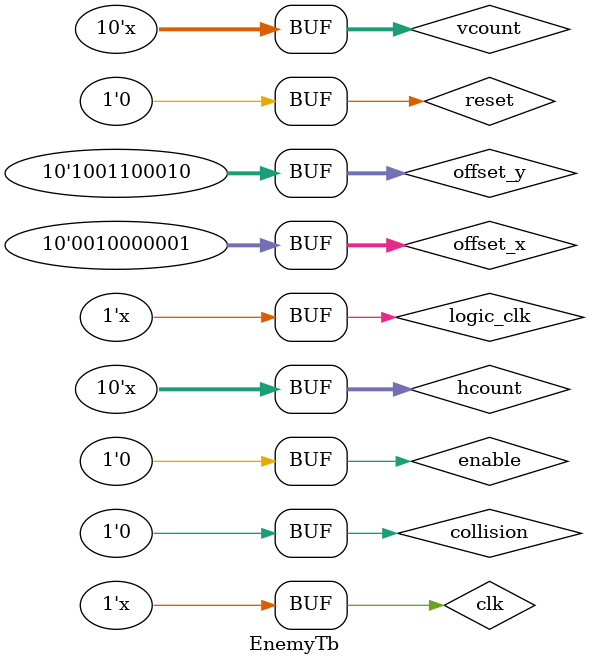
<source format=v>
`timescale 1ns / 1ps
module EnemyTb(
    );
	reg clk;
	reg logic_clk;
	reg reset;
	reg enable;
	reg [9:0] offset_x;
	reg [9:0] offset_y;
	reg [9:0] hcount;
	reg [9:0] vcount;
	reg collision;
	wire [9:0] pos_x;
	wire [9:0] pos_y;
	wire [2:0]data;
	
	Enemy ene(clk,logic_clk,reset,enable,offset_x,offset_y,hcount,vcount,collision,pos_x,pos_y,data);
	
	initial
	begin
		clk = 0;
		logic_clk=0;
		reset=0;
		enable=0;
		offset_x=129;
		offset_y=610;
		hcount =0;
		vcount=0;
		collision=0;
		#15
		reset=1;
		#10
		reset=0;
		enable =1;
		#10
		enable =0; 
	end
	
	always
	begin
		#10
		clk=!clk;
		logic_clk = !logic_clk;
		hcount = hcount +1;
		#20
		vcount = vcount +1;
	end

endmodule

</source>
